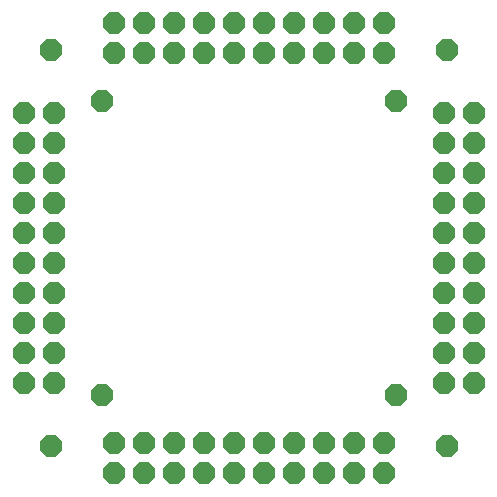
<source format=gbr>
G04 EAGLE Gerber RS-274X export*
G75*
%MOMM*%
%FSLAX34Y34*%
%LPD*%
%INSoldermask Bottom*%
%IPPOS*%
%AMOC8*
5,1,8,0,0,1.08239X$1,22.5*%
G01*
%ADD10P,1.979475X8X22.500000*%
%ADD11P,1.979475X8X112.500000*%
%ADD12P,1.979475X8X202.500000*%
%ADD13P,1.979475X8X292.500000*%


D10*
X88900Y38100D03*
X88900Y12700D03*
X114300Y38100D03*
X114300Y12700D03*
X139700Y38100D03*
X139700Y12700D03*
X165100Y38100D03*
X165100Y12700D03*
X190500Y38100D03*
X190500Y12700D03*
X215900Y38100D03*
X215900Y12700D03*
X241300Y38100D03*
X241300Y12700D03*
X266700Y38100D03*
X266700Y12700D03*
X292100Y38100D03*
X292100Y12700D03*
X317500Y38100D03*
X317500Y12700D03*
D11*
X368300Y88900D03*
X393700Y88900D03*
X368300Y114300D03*
X393700Y114300D03*
X368300Y139700D03*
X393700Y139700D03*
X368300Y165100D03*
X393700Y165100D03*
X368300Y190500D03*
X393700Y190500D03*
X368300Y215900D03*
X393700Y215900D03*
X368300Y241300D03*
X393700Y241300D03*
X368300Y266700D03*
X393700Y266700D03*
X368300Y292100D03*
X393700Y292100D03*
X368300Y317500D03*
X393700Y317500D03*
D12*
X317500Y368300D03*
X317500Y393700D03*
X292100Y368300D03*
X292100Y393700D03*
X266700Y368300D03*
X266700Y393700D03*
X241300Y368300D03*
X241300Y393700D03*
X215900Y368300D03*
X215900Y393700D03*
X190500Y368300D03*
X190500Y393700D03*
X165100Y368300D03*
X165100Y393700D03*
X139700Y368300D03*
X139700Y393700D03*
X114300Y368300D03*
X114300Y393700D03*
X88900Y368300D03*
X88900Y393700D03*
D13*
X38100Y317500D03*
X12700Y317500D03*
X38100Y292100D03*
X12700Y292100D03*
X38100Y266700D03*
X12700Y266700D03*
X38100Y241300D03*
X12700Y241300D03*
X38100Y215900D03*
X12700Y215900D03*
X38100Y190500D03*
X12700Y190500D03*
X38100Y165100D03*
X12700Y165100D03*
X38100Y139700D03*
X12700Y139700D03*
X38100Y114300D03*
X12700Y114300D03*
X38100Y88900D03*
X12700Y88900D03*
D10*
X35560Y35560D03*
X78740Y78740D03*
X78740Y327660D03*
X35560Y370840D03*
X327660Y78740D03*
X370840Y35560D03*
X327660Y327660D03*
X370840Y370840D03*
M02*

</source>
